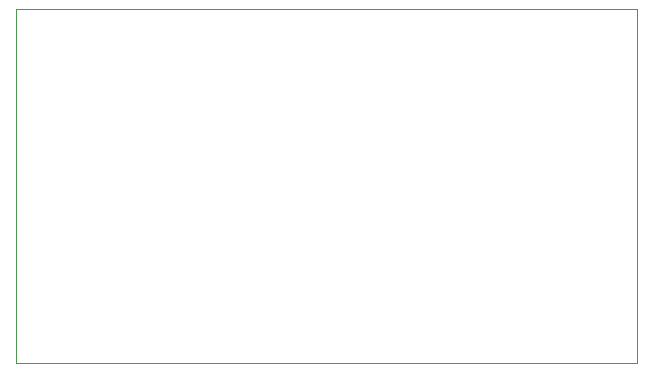
<source format=gbr>
%TF.GenerationSoftware,KiCad,Pcbnew,7.0.11+dfsg-1build4*%
%TF.CreationDate,2025-12-07T17:12:29-05:00*%
%TF.ProjectId,whitefuzz,77686974-6566-4757-9a7a-2e6b69636164,rev?*%
%TF.SameCoordinates,Original*%
%TF.FileFunction,Profile,NP*%
%FSLAX46Y46*%
G04 Gerber Fmt 4.6, Leading zero omitted, Abs format (unit mm)*
G04 Created by KiCad (PCBNEW 7.0.11+dfsg-1build4) date 2025-12-07 17:12:29*
%MOMM*%
%LPD*%
G01*
G04 APERTURE LIST*
%TA.AperFunction,Profile*%
%ADD10C,0.100000*%
%TD*%
G04 APERTURE END LIST*
D10*
X99999800Y-100126800D02*
X152577800Y-100126800D01*
X152552400Y-130035200D02*
X99974400Y-130035200D01*
X99974400Y-100126800D02*
X99974400Y-130035200D01*
X152552400Y-130035200D02*
X152552400Y-100126800D01*
M02*

</source>
